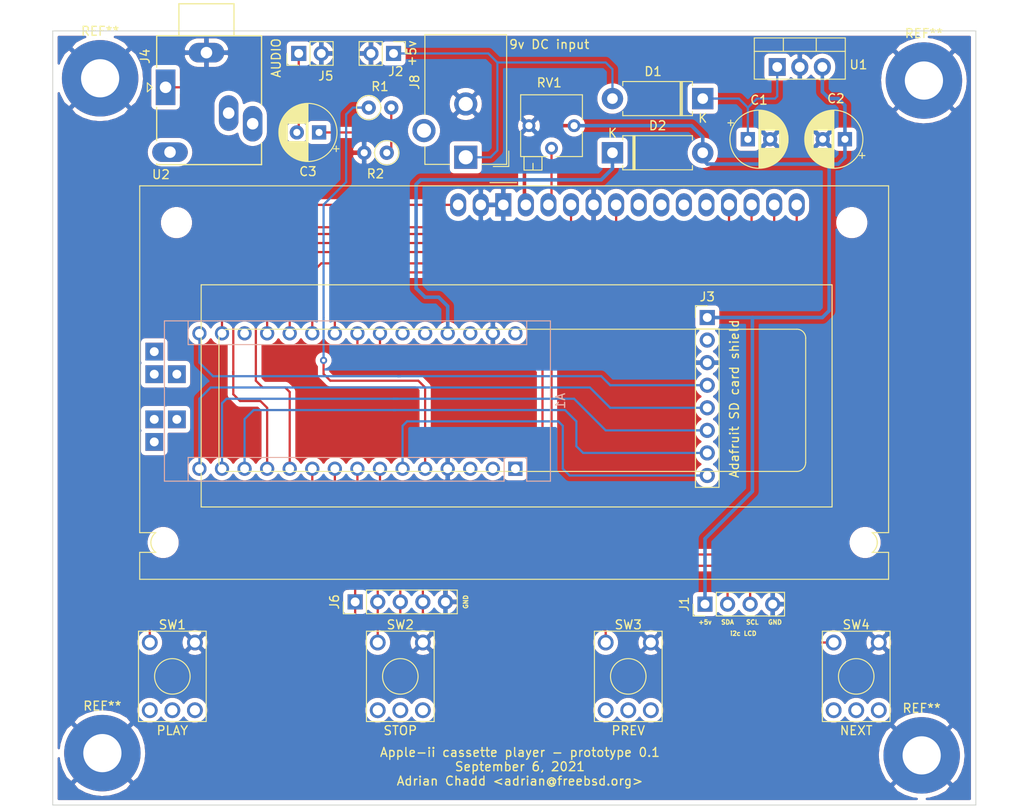
<source format=kicad_pcb>
(kicad_pcb (version 20171130) (host pcbnew 5.1.10)
  (layers (0 F.Cu signal) (31 B.Cu signal) (34 B.Paste user) (35 F.Paste user) (36 B.SilkS user) (37 F.SilkS user) (38 B.Mask user) (39 F.Mask user) (44 Edge.Cuts user))
  (net 0 "")
  (net 1 "Net-(A1-Pad1)")
  (net 2 "Net-(A1-Pad2)")
  (net 3 "Net-(A1-Pad3)")
  (net 4 LCD_A0)
  (net 5 GND)
  (net 6 LCD_A1)
  (net 7 NANO_AUDIO_OUTPUT)
  (net 8 LCD_A2)
  (net 9 SDCARD_CD)
  (net 10 LCD_A3)
  (net 11 BUTTON_PLAY)
  (net 12 LCD_I2C_SDA)
  (net 13 BUTTON_STOP)
  (net 14 LCD_I2C_SCL)
  (net 15 BUTTON_PREV)
  (net 16 BUTTON_NEXT)
  (net 17 LCD_D8)
  (net 18 "Net-(A1-Pad27)")
  (net 19 LCD_D9)
  (net 20 SDCARD_CS)
  (net 21 SDCARD_DI)
  (net 22 SDCARD_DO)
  (net 23 SDCARD_CLK)
  (net 24 "Net-(C1-Pad1)")
  (net 25 +5V)
  (net 26 "Net-(C3-Pad1)")
  (net 27 AUDIO_OUT)
  (net 28 "Net-(J3-Pad2)")
  (net 29 "Net-(J4-PadTN)")
  (net 30 "Net-(U2-Pad7)")
  (net 31 "Net-(U2-Pad8)")
  (net 32 "Net-(U2-Pad9)")
  (net 33 "Net-(U2-Pad10)")
  (net 34 "Net-(RV1-Pad2)")
  (net 35 +3V3)
  (net 36 "Net-(A1-Pad18)")
  (net 37 "Net-(A1-Pad25)")
  (net 38 "Net-(A1-Pad26)")
  (net 39 "Net-(A1-Pad28)")
  (net 40 "Net-(A1-Pad30)")
  (net 41 PWR_IN)
  (net 42 "Net-(J8-Pad3)")
  (net 43 "Net-(J4-PadRN)")
  (net 44 "Net-(J4-PadR)")
  (module MountingHole:MountingHole_4.3mm_M4_Pad (layer F.Cu) (at 110.49 106.934)
    (fp_text reference REF** (at 0 -5.3) (layer F.SilkS))
    (fp_text value MountingHole_4.3mm_M4_Pad)
    (pad 1 thru_hole circle (at 0 0) (size 8.6 8.6) (drill 4.3) (layers *.Cu *.Mask) (net 5 GND))
  )
  (module MountingHole:MountingHole_4.3mm_M4_Pad (layer F.Cu) (at 18.288 106.68)
    (fp_text reference REF** (at 0 -5.3) (layer F.SilkS))
    (fp_text value MountingHole_4.3mm_M4_Pad)
    (pad 1 thru_hole circle (at 0 0) (size 8.6 8.6) (drill 4.3) (layers *.Cu *.Mask) (net 5 GND))
  )
  (module MountingHole:MountingHole_4.3mm_M4_Pad (layer F.Cu) (at 18.034 30.734)
    (fp_text reference REF** (at 0 -5.3) (layer F.SilkS))
    (fp_text value MountingHole_4.3mm_M4_Pad)
    (pad 1 thru_hole circle (at 0 0) (size 8.6 8.6) (drill 4.3) (layers *.Cu *.Mask) (net 5 GND))
  )
  (module MountingHole:MountingHole_4.3mm_M4_Pad (layer F.Cu) (at 110.744 30.988)
    (fp_text reference REF** (at 0 -5.3) (layer F.SilkS))
    (fp_text value MountingHole_4.3mm_M4_Pad)
    (pad 1 thru_hole circle (at 0 0) (size 8.6 8.6) (drill 4.3) (layers *.Cu *.Mask) (net 5 GND))
  )
  (module Display:RC1602A (layer F.Cu) (at 63.407001 44.978001)
    (fp_text reference U2 (at -38.53 -3.41 180) (layer F.SilkS))
    (fp_text value RC1602A)
    (pad 1 thru_hole rect (at 0 0 180) (size 1.8 2.6) (drill 1.2) (layers *.Cu *.Mask) (net 5 GND))
    (pad 2 thru_hole oval (at 2.54 0 180) (size 1.8 2.6) (drill 1.2) (layers *.Cu *.Mask) (net 25 +5V))
    (pad 3 thru_hole oval (at 5.08 0 180) (size 1.8 2.6) (drill 1.2) (layers *.Cu *.Mask) (net 34 "Net-(RV1-Pad2)"))
    (pad 4 thru_hole oval (at 7.62 0 180) (size 1.8 2.6) (drill 1.2) (layers *.Cu *.Mask) (net 19 LCD_D9))
    (pad 5 thru_hole oval (at 10.16 0 180) (size 1.8 2.6) (drill 1.2) (layers *.Cu *.Mask) (net 5 GND))
    (pad 6 thru_hole oval (at 12.7 0 180) (size 1.8 2.6) (drill 1.2) (layers *.Cu *.Mask) (net 17 LCD_D8))
    (pad 7 thru_hole oval (at 15.24 0 180) (size 1.8 2.6) (drill 1.2) (layers *.Cu *.Mask) (net 30 "Net-(U2-Pad7)"))
    (pad 8 thru_hole oval (at 17.78 0 180) (size 1.8 2.6) (drill 1.2) (layers *.Cu *.Mask) (net 31 "Net-(U2-Pad8)"))
    (pad 9 thru_hole oval (at 20.32 0 180) (size 1.8 2.6) (drill 1.2) (layers *.Cu *.Mask) (net 32 "Net-(U2-Pad9)"))
    (pad 10 thru_hole oval (at 22.86 0 180) (size 1.8 2.6) (drill 1.2) (layers *.Cu *.Mask) (net 33 "Net-(U2-Pad10)"))
    (pad 11 thru_hole oval (at 25.4 0 180) (size 1.8 2.6) (drill 1.2) (layers *.Cu *.Mask) (net 4 LCD_A0))
    (pad 12 thru_hole oval (at 27.94 0 180) (size 1.8 2.6) (drill 1.2) (layers *.Cu *.Mask) (net 6 LCD_A1))
    (pad 13 thru_hole oval (at 30.48508 0.00254 180) (size 1.8 2.6) (drill 1.2) (layers *.Cu *.Mask) (net 8 LCD_A2))
    (pad 14 thru_hole oval (at 33.02 0 180) (size 1.8 2.6) (drill 1.2) (layers *.Cu *.Mask) (net 10 LCD_A3))
    (pad 15 thru_hole oval (at -5.08 0 180) (size 1.8 2.6) (drill 1.2) (layers *.Cu *.Mask) (net 35 +3V3))
    (pad 16 thru_hole oval (at -2.53492 0.00254 180) (size 1.8 2.6) (drill 1.2) (layers *.Cu *.Mask) (net 5 GND))
    (pad "" np_thru_hole circle (at 39.22 2 180) (size 2.5 2.5) (drill 2.5) (layers *.Cu *.Mask))
    (pad "" np_thru_hole circle (at 40.72 38 180) (size 2.5 2.5) (drill 2.5) (layers *.Cu *.Mask))
    (pad "" np_thru_hole circle (at -38.28 38 180) (size 2.5 2.5) (drill 2.5) (layers *.Cu *.Mask))
    (pad "" np_thru_hole circle (at -36.78 2 180) (size 2.5 2.5) (drill 2.5) (layers *.Cu *.Mask))
    (pad A1 thru_hole rect (at -39.28 26.68 180) (size 2 2) (drill 1) (layers *.Cu *.Mask))
    (pad A1 thru_hole rect (at -39.28 24.14 180) (size 2 2) (drill 1) (layers *.Cu *.Mask))
    (pad A1 thru_hole rect (at -36.74 24.14 180) (size 2 2) (drill 1) (layers *.Cu *.Mask))
    (pad K1 thru_hole rect (at -36.74 19.06 180) (size 2 2) (drill 1) (layers *.Cu *.Mask))
    (pad K1 thru_hole rect (at -39.28 19.06 180) (size 2 2) (drill 1) (layers *.Cu *.Mask))
    (pad K1 thru_hole rect (at -39.28 16.52 180) (size 2 2) (drill 1) (layers *.Cu *.Mask))
  )
  (module Connector_PinHeader_2.54mm:PinHeader_1x04_P2.54mm_Vertical (layer F.Cu) (at 86.106 89.916 90)
    (fp_text reference J1 (at 0 -2.33 90) (layer F.SilkS))
    (fp_text value LCD_I2C)
    (pad 1 thru_hole rect (at 0 0 90) (size 1.7 1.7) (drill 1) (layers *.Cu *.Mask) (net 25 +5V))
    (pad 2 thru_hole oval (at 0 2.54 90) (size 1.7 1.7) (drill 1) (layers *.Cu *.Mask) (net 12 LCD_I2C_SDA))
    (pad 3 thru_hole oval (at 0 5.08 90) (size 1.7 1.7) (drill 1) (layers *.Cu *.Mask) (net 14 LCD_I2C_SCL))
    (pad 4 thru_hole oval (at 0 7.62 90) (size 1.7 1.7) (drill 1) (layers *.Cu *.Mask) (net 5 GND))
  )
  (module Connector_PinHeader_2.54mm:PinHeader_1x02_P2.54mm_Vertical (layer F.Cu) (at 51.054 27.94 270)
    (fp_text reference J2 (at 2.032 -0.254 180) (layer F.SilkS))
    (fp_text value POWER)
    (pad 2 thru_hole oval (at 0 2.54 270) (size 1.7 1.7) (drill 1) (layers *.Cu *.Mask) (net 5 GND))
    (pad 1 thru_hole rect (at 0 0 270) (size 1.7 1.7) (drill 1) (layers *.Cu *.Mask) (net 41 PWR_IN))
  )
  (module Connector_PinHeader_2.54mm:PinHeader_1x08_P2.54mm_Vertical (layer F.Cu) (at 86.36 57.658)
    (fp_text reference J3 (at 0 -2.33) (layer F.SilkS))
    (fp_text value ADAFRUIT_SDCARD)
    (pad 1 thru_hole rect (at 0 0) (size 1.7 1.7) (drill 1) (layers *.Cu *.Mask) (net 25 +5V))
    (pad 2 thru_hole oval (at 0 2.54) (size 1.7 1.7) (drill 1) (layers *.Cu *.Mask) (net 28 "Net-(J3-Pad2)"))
    (pad 3 thru_hole oval (at 0 5.08) (size 1.7 1.7) (drill 1) (layers *.Cu *.Mask) (net 5 GND))
    (pad 4 thru_hole oval (at 0 7.62) (size 1.7 1.7) (drill 1) (layers *.Cu *.Mask) (net 23 SDCARD_CLK))
    (pad 5 thru_hole oval (at 0 10.16) (size 1.7 1.7) (drill 1) (layers *.Cu *.Mask) (net 22 SDCARD_DO))
    (pad 6 thru_hole oval (at 0 12.7) (size 1.7 1.7) (drill 1) (layers *.Cu *.Mask) (net 21 SDCARD_DI))
    (pad 7 thru_hole oval (at 0 15.24) (size 1.7 1.7) (drill 1) (layers *.Cu *.Mask) (net 20 SDCARD_CS))
    (pad 8 thru_hole oval (at 0 17.78) (size 1.7 1.7) (drill 1) (layers *.Cu *.Mask) (net 9 SDCARD_CD))
  )
  (module Connector_PinHeader_2.54mm:PinHeader_1x02_P2.54mm_Vertical (layer F.Cu) (at 40.386 27.94 90)
    (fp_text reference J5 (at -2.54 3.048 180) (layer F.SilkS))
    (fp_text value AUDIO)
    (pad 1 thru_hole rect (at 0 0 90) (size 1.7 1.7) (drill 1) (layers *.Cu *.Mask) (net 27 AUDIO_OUT))
    (pad 2 thru_hole oval (at 0 2.54 90) (size 1.7 1.7) (drill 1) (layers *.Cu *.Mask) (net 5 GND))
  )
  (module Connector_PinHeader_2.54mm:PinHeader_1x05_P2.54mm_Vertical (layer F.Cu) (at 46.736 89.662 90)
    (fp_text reference J6 (at 0 -2.33 90) (layer F.SilkS))
    (fp_text value BUTTONS)
    (pad 1 thru_hole rect (at 0 0 90) (size 1.7 1.7) (drill 1) (layers *.Cu *.Mask) (net 11 BUTTON_PLAY))
    (pad 2 thru_hole oval (at 0 2.54 90) (size 1.7 1.7) (drill 1) (layers *.Cu *.Mask) (net 13 BUTTON_STOP))
    (pad 3 thru_hole oval (at 0 5.08 90) (size 1.7 1.7) (drill 1) (layers *.Cu *.Mask) (net 15 BUTTON_PREV))
    (pad 4 thru_hole oval (at 0 7.62 90) (size 1.7 1.7) (drill 1) (layers *.Cu *.Mask) (net 16 BUTTON_NEXT))
    (pad 5 thru_hole oval (at 0 10.16 90) (size 1.7 1.7) (drill 1) (layers *.Cu *.Mask) (net 5 GND))
  )
  (module Resistor_THT:R_Axial_DIN0207_L6.3mm_D2.5mm_P2.54mm_Vertical (layer F.Cu) (at 48.26 34.036)
    (fp_text reference R1 (at 1.27 -2.37) (layer F.SilkS))
    (fp_text value 3.9K)
    (pad 1 thru_hole circle (at 0 0) (size 1.6 1.6) (drill 0.8) (layers *.Cu *.Mask) (net 7 NANO_AUDIO_OUTPUT))
    (pad 2 thru_hole oval (at 2.54 0) (size 1.6 1.6) (drill 0.8) (layers *.Cu *.Mask) (net 26 "Net-(C3-Pad1)"))
  )
  (module Resistor_THT:R_Axial_DIN0207_L6.3mm_D2.5mm_P2.54mm_Vertical (layer F.Cu) (at 50.292 39.116 180)
    (fp_text reference R2 (at 1.27 -2.37) (layer F.SilkS))
    (fp_text value 1K)
    (pad 2 thru_hole oval (at 2.54 0 180) (size 1.6 1.6) (drill 0.8) (layers *.Cu *.Mask) (net 5 GND))
    (pad 1 thru_hole circle (at 0 0 180) (size 1.6 1.6) (drill 0.8) (layers *.Cu *.Mask) (net 26 "Net-(C3-Pad1)"))
  )
  (module Button_Switch_THT:KSA_Tactile_SPST (layer F.Cu) (at 23.622 94.234)
    (fp_text reference SW1 (at 2.54 -2) (layer F.SilkS))
    (fp_text value PLAY)
    (pad 1 thru_hole circle (at 0 0) (size 1.778 1.778) (drill 1.143) (layers *.Cu *.Mask) (net 11 BUTTON_PLAY))
    (pad 2 thru_hole circle (at 5.08 0) (size 1.778 1.778) (drill 1.143) (layers *.Cu *.Mask) (net 5 GND))
    (pad 3 thru_hole circle (at 5.08 7.62) (size 1.778 1.778) (drill 1.143) (layers *.Cu *.Mask))
    (pad 4 thru_hole circle (at 2.54 7.62) (size 1.778 1.778) (drill 1.143) (layers *.Cu *.Mask))
    (pad 5 thru_hole circle (at 0 7.62) (size 1.778 1.778) (drill 1.143) (layers *.Cu *.Mask))
  )
  (module Button_Switch_THT:KSA_Tactile_SPST (layer F.Cu) (at 49.276 94.234)
    (fp_text reference SW2 (at 2.54 -2) (layer F.SilkS))
    (fp_text value STOP)
    (pad 5 thru_hole circle (at 0 7.62) (size 1.778 1.778) (drill 1.143) (layers *.Cu *.Mask))
    (pad 4 thru_hole circle (at 2.54 7.62) (size 1.778 1.778) (drill 1.143) (layers *.Cu *.Mask))
    (pad 3 thru_hole circle (at 5.08 7.62) (size 1.778 1.778) (drill 1.143) (layers *.Cu *.Mask))
    (pad 2 thru_hole circle (at 5.08 0) (size 1.778 1.778) (drill 1.143) (layers *.Cu *.Mask) (net 5 GND))
    (pad 1 thru_hole circle (at 0 0) (size 1.778 1.778) (drill 1.143) (layers *.Cu *.Mask) (net 13 BUTTON_STOP))
  )
  (module Button_Switch_THT:KSA_Tactile_SPST (layer F.Cu) (at 74.93 94.234)
    (fp_text reference SW3 (at 2.54 -2) (layer F.SilkS))
    (fp_text value PREV)
    (pad 1 thru_hole circle (at 0 0) (size 1.778 1.778) (drill 1.143) (layers *.Cu *.Mask) (net 15 BUTTON_PREV))
    (pad 2 thru_hole circle (at 5.08 0) (size 1.778 1.778) (drill 1.143) (layers *.Cu *.Mask) (net 5 GND))
    (pad 3 thru_hole circle (at 5.08 7.62) (size 1.778 1.778) (drill 1.143) (layers *.Cu *.Mask))
    (pad 4 thru_hole circle (at 2.54 7.62) (size 1.778 1.778) (drill 1.143) (layers *.Cu *.Mask))
    (pad 5 thru_hole circle (at 0 7.62) (size 1.778 1.778) (drill 1.143) (layers *.Cu *.Mask))
  )
  (module Button_Switch_THT:KSA_Tactile_SPST (layer F.Cu) (at 100.584 94.234)
    (fp_text reference SW4 (at 2.54 -2) (layer F.SilkS))
    (fp_text value NEXT)
    (pad 5 thru_hole circle (at 0 7.62) (size 1.778 1.778) (drill 1.143) (layers *.Cu *.Mask))
    (pad 4 thru_hole circle (at 2.54 7.62) (size 1.778 1.778) (drill 1.143) (layers *.Cu *.Mask))
    (pad 3 thru_hole circle (at 5.08 7.62) (size 1.778 1.778) (drill 1.143) (layers *.Cu *.Mask))
    (pad 2 thru_hole circle (at 5.08 0) (size 1.778 1.778) (drill 1.143) (layers *.Cu *.Mask) (net 5 GND))
    (pad 1 thru_hole circle (at 0 0) (size 1.778 1.778) (drill 1.143) (layers *.Cu *.Mask) (net 16 BUTTON_NEXT))
  )
  (module Package_TO_SOT_THT:TO-220-3_Vertical (layer F.Cu) (at 94.234 29.464)
    (fp_text reference U1 (at 9.144 -0.254) (layer F.SilkS))
    (fp_text value LM7805_TO220)
    (pad 1 thru_hole rect (at 0 0) (size 1.905 2) (drill 1.1) (layers *.Cu *.Mask) (net 24 "Net-(C1-Pad1)"))
    (pad 2 thru_hole oval (at 2.54 0) (size 1.905 2) (drill 1.1) (layers *.Cu *.Mask) (net 5 GND))
    (pad 3 thru_hole oval (at 5.08 0) (size 1.905 2) (drill 1.1) (layers *.Cu *.Mask) (net 25 +5V))
  )
  (module Potentiometer_THT:Potentiometer_Bourns_3266P_Horizontal (layer F.Cu) (at 66.294 36.068 90)
    (fp_text reference RV1 (at 4.826 2.286 180) (layer F.SilkS))
    (fp_text value 10k)
    (pad 1 thru_hole circle (at 0 0 90) (size 1.44 1.44) (drill 0.8) (layers *.Cu *.Mask) (net 5 GND))
    (pad 2 thru_hole circle (at -2.54 2.54 90) (size 1.44 1.44) (drill 0.8) (layers *.Cu *.Mask) (net 34 "Net-(RV1-Pad2)"))
    (pad 3 thru_hole circle (at 0 5.08 90) (size 1.44 1.44) (drill 0.8) (layers *.Cu *.Mask) (net 25 +5V))
  )
  (module Diode_THT:D_DO-15_P10.16mm_Horizontal (layer F.Cu) (at 85.852 33.02 180)
    (fp_text reference D1 (at 5.588 3.048) (layer F.SilkS))
    (fp_text value 1n4001)
    (fp_text user K (at 0 -2.2) (layer F.SilkS))
    (pad 2 thru_hole oval (at 10.16 0 180) (size 2.4 2.4) (drill 1.2) (layers *.Cu *.Mask) (net 41 PWR_IN))
    (pad 1 thru_hole rect (at 0 0 180) (size 2.4 2.4) (drill 1.2) (layers *.Cu *.Mask) (net 24 "Net-(C1-Pad1)"))
  )
  (module Diode_THT:D_DO-15_P10.16mm_Horizontal (layer F.Cu) (at 75.692 39.116)
    (fp_text reference D2 (at 5.08 -3.048) (layer F.SilkS))
    (fp_text value 1n4001)
    (fp_text user K (at 0 -2.2) (layer F.SilkS))
    (pad 1 thru_hole rect (at 0 0) (size 2.4 2.4) (drill 1.2) (layers *.Cu *.Mask) (net 18 "Net-(A1-Pad27)"))
    (pad 2 thru_hole oval (at 10.16 0) (size 2.4 2.4) (drill 1.2) (layers *.Cu *.Mask) (net 25 +5V))
  )
  (module Capacitor_THT:CP_Radial_D6.3mm_P2.50mm (layer F.Cu) (at 90.932 37.592)
    (fp_text reference C1 (at 1.25 -4.4) (layer F.SilkS))
    (fp_text value 10uF)
    (pad 2 thru_hole circle (at 2.5 0) (size 1.6 1.6) (drill 0.8) (layers *.Cu *.Mask) (net 5 GND))
    (pad 1 thru_hole rect (at 0 0) (size 1.6 1.6) (drill 0.8) (layers *.Cu *.Mask) (net 24 "Net-(C1-Pad1)"))
  )
  (module Capacitor_THT:CP_Radial_D6.3mm_P2.50mm (layer F.Cu) (at 101.854 37.592 180)
    (fp_text reference C2 (at 1.016 4.572) (layer F.SilkS))
    (fp_text value 10uF)
    (pad 1 thru_hole rect (at 0 0 180) (size 1.6 1.6) (drill 0.8) (layers *.Cu *.Mask) (net 25 +5V))
    (pad 2 thru_hole circle (at 2.5 0 180) (size 1.6 1.6) (drill 0.8) (layers *.Cu *.Mask) (net 5 GND))
  )
  (module Capacitor_THT:CP_Radial_D6.3mm_P2.50mm (layer F.Cu) (at 42.672 36.83 180)
    (fp_text reference C3 (at 1.25 -4.4) (layer F.SilkS))
    (fp_text value 1uF)
    (pad 1 thru_hole rect (at 0 0 180) (size 1.6 1.6) (drill 0.8) (layers *.Cu *.Mask) (net 26 "Net-(C3-Pad1)"))
    (pad 2 thru_hole circle (at 2.5 0 180) (size 1.6 1.6) (drill 0.8) (layers *.Cu *.Mask) (net 27 AUDIO_OUT))
  )
  (module Module:Arduino_Nano (layer B.Cu) (at 64.77 74.676 90)
    (fp_text reference A1 (at 7.62 5.08 270) (layer B.SilkS) (effects (justify mirror)))
    (fp_text value Arduino_Nano_v2.x)
    (pad 1 thru_hole rect (at 0 0 90) (size 1.6 1.6) (drill 1) (layers *.Cu *.Mask) (net 1 "Net-(A1-Pad1)"))
    (pad 17 thru_hole oval (at 15.24 -33.02 90) (size 1.6 1.6) (drill 1) (layers *.Cu *.Mask) (net 35 +3V3))
    (pad 2 thru_hole oval (at 0 -2.54 90) (size 1.6 1.6) (drill 1) (layers *.Cu *.Mask) (net 2 "Net-(A1-Pad2)"))
    (pad 18 thru_hole oval (at 15.24 -30.48 90) (size 1.6 1.6) (drill 1) (layers *.Cu *.Mask) (net 36 "Net-(A1-Pad18)"))
    (pad 3 thru_hole oval (at 0 -5.08 90) (size 1.6 1.6) (drill 1) (layers *.Cu *.Mask) (net 3 "Net-(A1-Pad3)"))
    (pad 19 thru_hole oval (at 15.24 -27.94 90) (size 1.6 1.6) (drill 1) (layers *.Cu *.Mask) (net 4 LCD_A0))
    (pad 4 thru_hole oval (at 0 -7.62 90) (size 1.6 1.6) (drill 1) (layers *.Cu *.Mask) (net 5 GND))
    (pad 20 thru_hole oval (at 15.24 -25.4 90) (size 1.6 1.6) (drill 1) (layers *.Cu *.Mask) (net 6 LCD_A1))
    (pad 5 thru_hole oval (at 0 -10.16 90) (size 1.6 1.6) (drill 1) (layers *.Cu *.Mask) (net 7 NANO_AUDIO_OUTPUT))
    (pad 21 thru_hole oval (at 15.24 -22.86 90) (size 1.6 1.6) (drill 1) (layers *.Cu *.Mask) (net 8 LCD_A2))
    (pad 6 thru_hole oval (at 0 -12.7 90) (size 1.6 1.6) (drill 1) (layers *.Cu *.Mask) (net 9 SDCARD_CD))
    (pad 22 thru_hole oval (at 15.24 -20.32 90) (size 1.6 1.6) (drill 1) (layers *.Cu *.Mask) (net 10 LCD_A3))
    (pad 7 thru_hole oval (at 0 -15.24 90) (size 1.6 1.6) (drill 1) (layers *.Cu *.Mask) (net 16 BUTTON_NEXT))
    (pad 23 thru_hole oval (at 15.24 -17.78 90) (size 1.6 1.6) (drill 1) (layers *.Cu *.Mask) (net 12 LCD_I2C_SDA))
    (pad 8 thru_hole oval (at 0 -17.78 90) (size 1.6 1.6) (drill 1) (layers *.Cu *.Mask) (net 15 BUTTON_PREV))
    (pad 24 thru_hole oval (at 15.24 -15.24 90) (size 1.6 1.6) (drill 1) (layers *.Cu *.Mask) (net 14 LCD_I2C_SCL))
    (pad 9 thru_hole oval (at 0 -20.32 90) (size 1.6 1.6) (drill 1) (layers *.Cu *.Mask) (net 13 BUTTON_STOP))
    (pad 25 thru_hole oval (at 15.24 -12.7 90) (size 1.6 1.6) (drill 1) (layers *.Cu *.Mask) (net 37 "Net-(A1-Pad25)"))
    (pad 10 thru_hole oval (at 0 -22.86 90) (size 1.6 1.6) (drill 1) (layers *.Cu *.Mask) (net 11 BUTTON_PLAY))
    (pad 26 thru_hole oval (at 15.24 -10.16 90) (size 1.6 1.6) (drill 1) (layers *.Cu *.Mask) (net 38 "Net-(A1-Pad26)"))
    (pad 11 thru_hole oval (at 0 -25.4 90) (size 1.6 1.6) (drill 1) (layers *.Cu *.Mask) (net 17 LCD_D8))
    (pad 27 thru_hole oval (at 15.24 -7.62 90) (size 1.6 1.6) (drill 1) (layers *.Cu *.Mask) (net 18 "Net-(A1-Pad27)"))
    (pad 12 thru_hole oval (at 0 -27.94 90) (size 1.6 1.6) (drill 1) (layers *.Cu *.Mask) (net 19 LCD_D9))
    (pad 28 thru_hole oval (at 15.24 -5.08 90) (size 1.6 1.6) (drill 1) (layers *.Cu *.Mask) (net 39 "Net-(A1-Pad28)"))
    (pad 13 thru_hole oval (at 0 -30.48 90) (size 1.6 1.6) (drill 1) (layers *.Cu *.Mask) (net 20 SDCARD_CS))
    (pad 29 thru_hole oval (at 15.24 -2.54 90) (size 1.6 1.6) (drill 1) (layers *.Cu *.Mask) (net 5 GND))
    (pad 14 thru_hole oval (at 0 -33.02 90) (size 1.6 1.6) (drill 1) (layers *.Cu *.Mask) (net 21 SDCARD_DI))
    (pad 30 thru_hole oval (at 15.24 0 90) (size 1.6 1.6) (drill 1) (layers *.Cu *.Mask) (net 40 "Net-(A1-Pad30)"))
    (pad 15 thru_hole oval (at 0 -35.56 90) (size 1.6 1.6) (drill 1) (layers *.Cu *.Mask) (net 22 SDCARD_DO))
    (pad 16 thru_hole oval (at 15.24 -35.56 90) (size 1.6 1.6) (drill 1) (layers *.Cu *.Mask) (net 23 SDCARD_CLK))
  )
  (module Connector_BarrelJack:BarrelJack_CUI_PJ-102AH_Horizontal (layer F.Cu) (at 59.182 39.624 180)
    (fp_text reference J8 (at 5.75 8.45 90) (layer F.SilkS))
    (fp_text value "DC Input")
    (pad 1 thru_hole rect (at 0 0 180) (size 2.6 2.6) (drill 1.6) (layers *.Cu *.Mask) (net 41 PWR_IN))
    (pad 2 thru_hole circle (at 0 6 180) (size 2.6 2.6) (drill 1.6) (layers *.Cu *.Mask) (net 5 GND))
    (pad 3 thru_hole circle (at 4.7 3 180) (size 2.6 2.6) (drill 1.6) (layers *.Cu *.Mask) (net 42 "Net-(J8-Pad3)"))
  )
  (module Connector_Audio:Jack_3.5mm_Ledino_KB3SPRS_Horizontal (layer F.Cu) (at 25.4 31.75 270)
    (fp_text reference J4 (at -3.5 2.3 90) (layer F.SilkS))
    (fp_text value AUDIO)
    (pad T thru_hole rect (at 0 0 270) (size 4 2.2) (drill 1.3) (layers *.Cu *.Mask) (net 27 AUDIO_OUT))
    (pad TN thru_hole oval (at 7.3 -0.5) (size 4 2.2) (drill 1.3) (layers *.Cu *.Mask) (net 29 "Net-(J4-PadTN)"))
    (pad RN thru_hole oval (at 2.9 -7.1 270) (size 4 2.2) (drill 1.3) (layers *.Cu *.Mask) (net 43 "Net-(J4-PadRN)"))
    (pad R thru_hole oval (at 4.1 -9.8 270) (size 4 2.2) (drill 1.3) (layers *.Cu *.Mask) (net 44 "Net-(J4-PadR)"))
    (pad S thru_hole oval (at -3.9 -4.6 270) (size 2.2 4) (drill 1.3) (layers *.Cu *.Mask) (net 5 GND))
  )
  (gr_text "9v DC input" (at 68.58 26.924) (layer F.SilkS) (effects (font (size 1 1))))
  (gr_text "i2c LCD" (at 90.424 93.218) (layer F.SilkS) (effects (font (size 0.5 0.5) (thickness 0.125))))
  (gr_text GND (at 59.182 89.662 90) (layer F.SilkS) (effects (font (size 0.5 0.5) (thickness 0.125))))
  (gr_text +5v (at 86.106 91.948) (layer F.SilkS) (effects (font (size 0.5 0.5) (thickness 0.125))))
  (gr_text GND (at 93.98 91.948) (layer F.SilkS) (effects (font (size 0.5 0.5) (thickness 0.125))))
  (gr_text SCL (at 91.44 91.948) (layer F.SilkS) (effects (font (size 0.5 0.5) (thickness 0.125))))
  (gr_text "SDA\n" (at 88.646 91.948) (layer F.SilkS) (effects (font (size 0.5 0.5) (thickness 0.125))))
  (gr_text AUDIO (at 37.846 28.448 90) (layer F.SilkS) (effects (font (size 1 1))))
  (gr_text +5v (at 53.086 27.94 90) (layer F.SilkS) (effects (font (size 1 1))))
  (gr_text "Adafruit SD card shield\n" (at 89.408 66.802 90) (layer F.SilkS) (effects (font (size 1 1))))
  (gr_text "Apple-ii cassette player - prototype 0.1\nSeptember 6, 2021\nAdrian Chadd <adrian@freebsd.org>" (at 65.278 108.204) (layer F.SilkS) (effects (font (size 1 1))))
  (gr_text NEXT (at 103.124 104.14) (layer F.SilkS) (effects (font (size 1 1))))
  (gr_text PREV (at 77.47 104.14) (layer F.SilkS) (effects (font (size 1 1))))
  (gr_text STOP (at 51.816 104.14) (layer F.SilkS) (effects (font (size 1 1))))
  (gr_text PLAY (at 26.162 104.14) (layer F.SilkS) (effects (font (size 1 1))))
  (gr_line (start 116.586 25.4) (end 116.586 112.522) (layer Edge.Cuts) (width 0.1))
  (gr_line (start 12.7 25.4) (end 116.586 25.4) (layer Edge.Cuts) (width 0.1))
  (gr_line (start 12.7 112.522) (end 12.7 25.4) (layer Edge.Cuts) (width 0.1))
  (gr_line (start 116.586 112.522) (end 12.7 112.522) (layer Edge.Cuts) (width 0.1))
  (segment (start 37.846 49.276) (end 36.83 50.292) (width 0.25) (layer F.Cu) (net 4))
  (segment (start 36.83 50.292) (end 36.83 59.69) (width 0.25) (layer F.Cu) (net 4))
  (segment (start 88.807001 47.336999) (end 86.868 49.276) (width 0.25) (layer F.Cu) (net 4))
  (segment (start 86.868 49.276) (end 37.846 49.276) (width 0.25) (layer F.Cu) (net 4))
  (segment (start 88.807001 44.978001) (end 88.807001 47.336999) (width 0.25) (layer F.Cu) (net 4))
  (segment (start 40.386 50.292) (end 39.37 51.308) (width 0.25) (layer F.Cu) (net 6))
  (segment (start 91.347001 47.590999) (end 88.646 50.292) (width 0.25) (layer F.Cu) (net 6))
  (segment (start 39.37 51.308) (end 39.37 59.436) (width 0.25) (layer F.Cu) (net 6))
  (segment (start 88.646 50.292) (end 40.386 50.292) (width 0.25) (layer F.Cu) (net 6))
  (segment (start 91.347001 44.978001) (end 91.347001 47.590999) (width 0.25) (layer F.Cu) (net 6))
  (segment (start 48.26 34.036) (end 46.482 34.036) (width 0.25) (layer B.Cu) (net 7))
  (segment (start 46.482 34.036) (end 45.72 34.798) (width 0.25) (layer B.Cu) (net 7))
  (segment (start 45.72 34.798) (end 45.72 42.418) (width 0.25) (layer B.Cu) (net 7))
  (segment (start 45.72 42.418) (end 43.18 44.958) (width 0.25) (layer B.Cu) (net 7))
  (segment (start 43.18 44.958) (end 43.18 57.658) (width 0.25) (layer B.Cu) (net 7))
  (segment (start 43.18 57.658) (end 43.18 62.484) (width 0.25) (layer B.Cu) (net 7))
  (segment (start 43.18 62.484) (end 43.18 62.484) (width 0.25) (layer B.Cu) (net 7))
  (via (at 43.18 62.484) (size 0.8) (drill 0.4) (layers F.Cu B.Cu) (net 7))
  (segment (start 54.61 74.676) (end 54.61 65.532) (width 0.25) (layer F.Cu) (net 7))
  (segment (start 54.61 65.532) (end 53.848 64.77) (width 0.25) (layer F.Cu) (net 7))
  (segment (start 53.848 64.77) (end 43.942 64.77) (width 0.25) (layer F.Cu) (net 7))
  (segment (start 43.18 64.008) (end 43.18 62.484) (width 0.25) (layer F.Cu) (net 7))
  (segment (start 43.942 64.77) (end 43.18 64.008) (width 0.25) (layer F.Cu) (net 7))
  (segment (start 41.91 52.578) (end 41.91 59.436) (width 0.25) (layer F.Cu) (net 8))
  (segment (start 42.926 51.562) (end 41.91 52.578) (width 0.25) (layer F.Cu) (net 8))
  (segment (start 90.17 51.562) (end 42.926 51.562) (width 0.25) (layer F.Cu) (net 8))
  (segment (start 93.892081 47.839919) (end 90.17 51.562) (width 0.25) (layer F.Cu) (net 8))
  (segment (start 93.892081 44.980541) (end 93.892081 47.839919) (width 0.25) (layer F.Cu) (net 8))
  (segment (start 52.07 74.676) (end 52.07 69.85) (width 0.25) (layer B.Cu) (net 9))
  (segment (start 52.07 69.85) (end 52.578 69.342) (width 0.25) (layer B.Cu) (net 9))
  (segment (start 52.578 69.342) (end 69.596 69.342) (width 0.25) (layer B.Cu) (net 9))
  (segment (start 69.596 69.342) (end 70.104 69.85) (width 0.25) (layer B.Cu) (net 9))
  (segment (start 70.104 69.85) (end 70.104 74.676) (width 0.25) (layer B.Cu) (net 9))
  (segment (start 70.866 75.438) (end 86.36 75.438) (width 0.25) (layer B.Cu) (net 9))
  (segment (start 70.104 74.676) (end 70.866 75.438) (width 0.25) (layer B.Cu) (net 9))
  (segment (start 96.427001 44.978001) (end 96.427001 47.844999) (width 0.25) (layer F.Cu) (net 10))
  (segment (start 96.427001 47.844999) (end 91.694 52.578) (width 0.25) (layer F.Cu) (net 10))
  (segment (start 91.694 52.578) (end 45.212 52.578) (width 0.25) (layer F.Cu) (net 10))
  (segment (start 45.212 52.578) (end 44.45 53.34) (width 0.25) (layer F.Cu) (net 10))
  (segment (start 44.45 53.34) (end 44.45 59.436) (width 0.25) (layer F.Cu) (net 10))
  (segment (start 41.91 74.676) (end 41.91 85.09) (width 0.25) (layer F.Cu) (net 11))
  (segment (start 41.91 85.09) (end 42.926 86.106) (width 0.25) (layer F.Cu) (net 11))
  (segment (start 42.926 86.106) (end 46.228 86.106) (width 0.25) (layer F.Cu) (net 11))
  (segment (start 46.736 86.614) (end 46.736 89.662) (width 0.25) (layer F.Cu) (net 11))
  (segment (start 46.228 86.106) (end 46.736 86.614) (width 0.25) (layer F.Cu) (net 11))
  (segment (start 46.736 89.662) (end 46.736 91.186) (width 0.25) (layer F.Cu) (net 11))
  (segment (start 46.736 91.186) (end 46.228 91.694) (width 0.25) (layer F.Cu) (net 11))
  (segment (start 46.228 91.694) (end 24.13 91.694) (width 0.25) (layer F.Cu) (net 11))
  (segment (start 23.622 92.202) (end 23.622 94.234) (width 0.25) (layer F.Cu) (net 11))
  (segment (start 24.13 91.694) (end 23.622 92.202) (width 0.25) (layer F.Cu) (net 11))
  (segment (start 46.99 59.436) (end 46.99 61.976) (width 0.25) (layer F.Cu) (net 12))
  (segment (start 46.99 61.976) (end 47.752 62.738) (width 0.25) (layer F.Cu) (net 12))
  (segment (start 47.752 62.738) (end 67.056 62.738) (width 0.25) (layer F.Cu) (net 12))
  (segment (start 67.056 62.738) (end 67.818 63.5) (width 0.25) (layer F.Cu) (net 12))
  (segment (start 67.818 63.5) (end 67.818 83.566) (width 0.25) (layer F.Cu) (net 12))
  (segment (start 67.818 83.566) (end 69.85 85.598) (width 0.25) (layer F.Cu) (net 12))
  (segment (start 69.85 85.598) (end 87.884 85.598) (width 0.25) (layer F.Cu) (net 12))
  (segment (start 88.646 86.36) (end 88.646 89.916) (width 0.25) (layer F.Cu) (net 12))
  (segment (start 87.884 85.598) (end 88.646 86.36) (width 0.25) (layer F.Cu) (net 12))
  (segment (start 44.45 74.676) (end 44.45 83.82) (width 0.25) (layer F.Cu) (net 13))
  (segment (start 44.45 83.82) (end 45.212 84.582) (width 0.25) (layer F.Cu) (net 13))
  (segment (start 45.212 84.582) (end 48.768 84.582) (width 0.25) (layer F.Cu) (net 13))
  (segment (start 49.276 85.09) (end 49.276 89.662) (width 0.25) (layer F.Cu) (net 13))
  (segment (start 48.768 84.582) (end 49.276 85.09) (width 0.25) (layer F.Cu) (net 13))
  (segment (start 49.276 89.662) (end 49.276 94.234) (width 0.25) (layer F.Cu) (net 13))
  (segment (start 91.186 85.344) (end 91.186 89.916) (width 0.25) (layer F.Cu) (net 14))
  (segment (start 90.17 84.328) (end 91.186 85.344) (width 0.25) (layer F.Cu) (net 14))
  (segment (start 68.834 83.058) (end 70.104 84.328) (width 0.25) (layer F.Cu) (net 14))
  (segment (start 70.104 84.328) (end 90.17 84.328) (width 0.25) (layer F.Cu) (net 14))
  (segment (start 49.53 59.436) (end 49.53 61.468) (width 0.25) (layer F.Cu) (net 14))
  (segment (start 68.834 63.246) (end 68.834 83.058) (width 0.25) (layer F.Cu) (net 14))
  (segment (start 50.038 61.976) (end 67.564 61.976) (width 0.25) (layer F.Cu) (net 14))
  (segment (start 67.564 61.976) (end 68.834 63.246) (width 0.25) (layer F.Cu) (net 14))
  (segment (start 49.53 61.468) (end 50.038 61.976) (width 0.25) (layer F.Cu) (net 14))
  (segment (start 46.99 74.676) (end 46.99 82.55) (width 0.25) (layer F.Cu) (net 15))
  (segment (start 46.99 82.55) (end 47.498 83.058) (width 0.25) (layer F.Cu) (net 15))
  (segment (start 47.498 83.058) (end 51.054 83.058) (width 0.25) (layer F.Cu) (net 15))
  (segment (start 51.816 83.82) (end 51.816 89.662) (width 0.25) (layer F.Cu) (net 15))
  (segment (start 51.054 83.058) (end 51.816 83.82) (width 0.25) (layer F.Cu) (net 15))
  (segment (start 51.816 89.662) (end 51.816 91.186) (width 0.25) (layer F.Cu) (net 15))
  (segment (start 51.816 91.186) (end 52.832 92.202) (width 0.25) (layer F.Cu) (net 15))
  (segment (start 52.832 92.202) (end 74.168 92.202) (width 0.25) (layer F.Cu) (net 15))
  (segment (start 74.93 92.964) (end 74.93 94.234) (width 0.25) (layer F.Cu) (net 15))
  (segment (start 74.168 92.202) (end 74.93 92.964) (width 0.25) (layer F.Cu) (net 15))
  (segment (start 49.53 74.676) (end 49.53 81.28) (width 0.25) (layer F.Cu) (net 16))
  (segment (start 49.53 81.28) (end 49.784 81.534) (width 0.25) (layer F.Cu) (net 16))
  (segment (start 49.784 81.534) (end 53.594 81.534) (width 0.25) (layer F.Cu) (net 16))
  (segment (start 54.356 82.296) (end 54.356 89.662) (width 0.25) (layer F.Cu) (net 16))
  (segment (start 53.594 81.534) (end 54.356 82.296) (width 0.25) (layer F.Cu) (net 16))
  (segment (start 54.356 89.662) (end 54.356 90.932) (width 0.25) (layer F.Cu) (net 16))
  (segment (start 54.356 90.932) (end 54.864 91.44) (width 0.25) (layer F.Cu) (net 16))
  (segment (start 54.864 91.44) (end 82.042 91.44) (width 0.25) (layer F.Cu) (net 16))
  (segment (start 82.042 91.44) (end 84.836 94.234) (width 0.25) (layer F.Cu) (net 16))
  (segment (start 84.836 94.234) (end 100.584 94.234) (width 0.25) (layer F.Cu) (net 16))
  (segment (start 71.027001 44.978001) (end 71.027001 47.082999) (width 0.25) (layer F.Cu) (net 19))
  (segment (start 71.027001 47.082999) (end 70.612 47.498) (width 0.25) (layer F.Cu) (net 19))
  (segment (start 33.02 56.642) (end 33.02 48.514) (width 0.25) (layer F.Cu) (net 19))
  (segment (start 33.02 56.642) (end 33.02 56.388) (width 0.25) (layer F.Cu) (net 19))
  (segment (start 34.036 47.498) (end 36.576 47.498) (width 0.25) (layer F.Cu) (net 19))
  (segment (start 33.02 48.514) (end 34.036 47.498) (width 0.25) (layer F.Cu) (net 19))
  (segment (start 36.576 47.498) (end 36.322 47.498) (width 0.25) (layer F.Cu) (net 19))
  (segment (start 70.612 47.498) (end 36.576 47.498) (width 0.25) (layer F.Cu) (net 19))
  (segment (start 76.107001 47.336999) (end 76.107001 44.978001) (width 0.25) (layer F.Cu) (net 17))
  (segment (start 75.184 48.26) (end 76.107001 47.336999) (width 0.25) (layer F.Cu) (net 17))
  (segment (start 35.56 56.642) (end 35.56 56.388) (width 0.25) (layer F.Cu) (net 17))
  (segment (start 35.56 64.008) (end 35.56 56.642) (width 0.25) (layer F.Cu) (net 17))
  (segment (start 35.56 49.022) (end 36.322 48.26) (width 0.25) (layer F.Cu) (net 17))
  (segment (start 36.322 48.26) (end 75.184 48.26) (width 0.25) (layer F.Cu) (net 17))
  (segment (start 35.56 56.642) (end 35.56 49.022) (width 0.25) (layer F.Cu) (net 17))
  (segment (start 39.37 74.676) (end 39.37 66.04) (width 0.25) (layer F.Cu) (net 17))
  (segment (start 39.37 66.04) (end 38.862 65.532) (width 0.25) (layer F.Cu) (net 17))
  (segment (start 38.862 65.532) (end 36.322 65.532) (width 0.25) (layer F.Cu) (net 17))
  (segment (start 36.322 65.532) (end 35.56 64.77) (width 0.25) (layer F.Cu) (net 17))
  (segment (start 35.56 64.77) (end 35.56 64.008) (width 0.25) (layer F.Cu) (net 17))
  (segment (start 75.692 39.116) (end 75.692 40.894) (width 0.4) (layer B.Cu) (net 18))
  (segment (start 75.692 40.894) (end 74.422 42.164) (width 0.4) (layer B.Cu) (net 18))
  (segment (start 74.422 42.164) (end 54.102 42.164) (width 0.4) (layer B.Cu) (net 18))
  (segment (start 54.102 42.164) (end 53.594 42.672) (width 0.4) (layer B.Cu) (net 18))
  (segment (start 53.594 42.672) (end 53.594 54.356) (width 0.4) (layer B.Cu) (net 18))
  (segment (start 53.594 54.356) (end 54.61 55.372) (width 0.4) (layer B.Cu) (net 18))
  (segment (start 54.61 55.372) (end 56.134 55.372) (width 0.4) (layer B.Cu) (net 18))
  (segment (start 57.15 56.388) (end 57.15 59.436) (width 0.4) (layer B.Cu) (net 18))
  (segment (start 56.134 55.372) (end 57.15 56.388) (width 0.4) (layer B.Cu) (net 18))
  (segment (start 33.02 63.754) (end 33.02 66.294) (width 0.25) (layer F.Cu) (net 19))
  (segment (start 33.02 64.008) (end 33.02 63.754) (width 0.25) (layer F.Cu) (net 19))
  (segment (start 33.02 63.754) (end 33.02 56.642) (width 0.25) (layer F.Cu) (net 19))
  (segment (start 33.02 66.294) (end 33.782 67.056) (width 0.25) (layer F.Cu) (net 19))
  (segment (start 33.782 67.056) (end 36.068 67.056) (width 0.25) (layer F.Cu) (net 19))
  (segment (start 36.83 67.818) (end 36.83 74.676) (width 0.25) (layer F.Cu) (net 19))
  (segment (start 36.068 67.056) (end 36.83 67.818) (width 0.25) (layer F.Cu) (net 19))
  (segment (start 34.29 74.676) (end 34.29 69.088) (width 0.25) (layer B.Cu) (net 20))
  (segment (start 34.29 69.088) (end 35.306 68.072) (width 0.25) (layer B.Cu) (net 20))
  (segment (start 35.306 68.072) (end 51.054 68.072) (width 0.25) (layer B.Cu) (net 20))
  (segment (start 51.054 68.072) (end 51.308 68.072) (width 0.25) (layer B.Cu) (net 20))
  (segment (start 70.358 68.072) (end 71.628 69.342) (width 0.25) (layer B.Cu) (net 20))
  (segment (start 51.054 68.072) (end 70.358 68.072) (width 0.25) (layer B.Cu) (net 20))
  (segment (start 71.628 69.342) (end 71.628 72.136) (width 0.25) (layer B.Cu) (net 20))
  (segment (start 72.39 72.898) (end 86.36 72.898) (width 0.25) (layer B.Cu) (net 20))
  (segment (start 71.628 72.136) (end 72.39 72.898) (width 0.25) (layer B.Cu) (net 20))
  (segment (start 31.75 74.676) (end 31.75 67.31) (width 0.25) (layer B.Cu) (net 21))
  (segment (start 31.75 67.31) (end 32.258 66.802) (width 0.25) (layer B.Cu) (net 21))
  (segment (start 32.258 66.802) (end 51.054 66.802) (width 0.25) (layer B.Cu) (net 21))
  (segment (start 51.054 66.802) (end 51.562 66.802) (width 0.25) (layer B.Cu) (net 21))
  (segment (start 74.93 70.358) (end 86.36 70.358) (width 0.25) (layer B.Cu) (net 21))
  (segment (start 71.374 66.802) (end 74.93 70.358) (width 0.25) (layer B.Cu) (net 21))
  (segment (start 51.054 66.802) (end 71.374 66.802) (width 0.25) (layer B.Cu) (net 21))
  (segment (start 75.438 67.818) (end 86.36 67.818) (width 0.25) (layer B.Cu) (net 22))
  (segment (start 73.152 65.532) (end 75.438 67.818) (width 0.25) (layer B.Cu) (net 22))
  (segment (start 30.48 65.532) (end 73.152 65.532) (width 0.25) (layer B.Cu) (net 22))
  (segment (start 29.21 66.802) (end 30.48 65.532) (width 0.25) (layer B.Cu) (net 22))
  (segment (start 29.21 74.676) (end 29.21 66.802) (width 0.25) (layer B.Cu) (net 22))
  (segment (start 29.21 59.436) (end 29.21 62.738) (width 0.25) (layer B.Cu) (net 23))
  (segment (start 29.21 62.738) (end 30.734 64.262) (width 0.25) (layer B.Cu) (net 23))
  (segment (start 51.562 64.262) (end 74.422 64.262) (width 0.25) (layer B.Cu) (net 23))
  (segment (start 30.734 64.262) (end 51.562 64.262) (width 0.25) (layer B.Cu) (net 23))
  (segment (start 51.562 64.262) (end 51.816 64.262) (width 0.25) (layer B.Cu) (net 23))
  (segment (start 75.438 65.278) (end 86.36 65.278) (width 0.25) (layer B.Cu) (net 23))
  (segment (start 74.422 64.262) (end 75.438 65.278) (width 0.25) (layer B.Cu) (net 23))
  (segment (start 85.852 33.02) (end 89.916 33.02) (width 0.25) (layer B.Cu) (net 24))
  (segment (start 90.932 34.036) (end 90.932 37.592) (width 0.25) (layer B.Cu) (net 24))
  (segment (start 89.916 33.02) (end 90.932 34.036) (width 0.25) (layer B.Cu) (net 24))
  (segment (start 94.234 32.766) (end 94.234 29.464) (width 0.25) (layer B.Cu) (net 24))
  (segment (start 93.98 33.02) (end 94.234 32.766) (width 0.25) (layer B.Cu) (net 24))
  (segment (start 91.948 33.02) (end 93.98 33.02) (width 0.25) (layer B.Cu) (net 24))
  (segment (start 90.932 34.036) (end 91.948 33.02) (width 0.25) (layer B.Cu) (net 24))
  (segment (start 71.374 36.068) (end 84.582 36.068) (width 0.4) (layer B.Cu) (net 25))
  (segment (start 85.852 37.338) (end 85.852 39.116) (width 0.4) (layer B.Cu) (net 25))
  (segment (start 84.582 36.068) (end 85.852 37.338) (width 0.4) (layer B.Cu) (net 25))
  (segment (start 85.852 39.116) (end 85.852 39.878) (width 0.4) (layer B.Cu) (net 25))
  (segment (start 85.852 39.878) (end 86.36 40.386) (width 0.4) (layer B.Cu) (net 25))
  (segment (start 101.854 39.624) (end 101.854 37.592) (width 0.4) (layer B.Cu) (net 25))
  (segment (start 101.092 40.386) (end 101.854 39.624) (width 0.4) (layer B.Cu) (net 25))
  (segment (start 99.314 29.464) (end 99.314 32.258) (width 0.4) (layer B.Cu) (net 25))
  (segment (start 99.314 32.258) (end 100.076 33.02) (width 0.4) (layer B.Cu) (net 25))
  (segment (start 100.076 33.02) (end 101.092 33.02) (width 0.4) (layer B.Cu) (net 25))
  (segment (start 101.854 33.782) (end 101.854 37.592) (width 0.4) (layer B.Cu) (net 25))
  (segment (start 101.092 33.02) (end 101.854 33.782) (width 0.4) (layer B.Cu) (net 25))
  (segment (start 71.374 36.068) (end 68.834 36.068) (width 0.4) (layer F.Cu) (net 25))
  (segment (start 68.834 36.068) (end 65.786 39.116) (width 0.4) (layer F.Cu) (net 25))
  (segment (start 65.786 44.817) (end 65.947001 44.978001) (width 0.4) (layer F.Cu) (net 25))
  (segment (start 65.786 39.116) (end 65.786 44.817) (width 0.4) (layer F.Cu) (net 25))
  (segment (start 100.076 56.896) (end 100.076 40.386) (width 0.4) (layer B.Cu) (net 25))
  (segment (start 99.314 57.658) (end 100.076 56.896) (width 0.4) (layer B.Cu) (net 25))
  (segment (start 100.076 40.386) (end 101.092 40.386) (width 0.4) (layer B.Cu) (net 25))
  (segment (start 86.36 40.386) (end 100.076 40.386) (width 0.4) (layer B.Cu) (net 25))
  (segment (start 86.36 57.658) (end 91.44 57.658) (width 0.4) (layer B.Cu) (net 25))
  (segment (start 91.44 57.658) (end 99.314 57.658) (width 0.4) (layer B.Cu) (net 25))
  (segment (start 91.44 77.216) (end 91.44 57.658) (width 0.4) (layer B.Cu) (net 25))
  (segment (start 86.106 82.55) (end 91.44 77.216) (width 0.4) (layer B.Cu) (net 25))
  (segment (start 86.106 89.916) (end 86.106 82.55) (width 0.4) (layer B.Cu) (net 25))
  (segment (start 50.8 38.608) (end 50.292 39.116) (width 0.25) (layer F.Cu) (net 26))
  (segment (start 42.672 36.83) (end 50.8 36.83) (width 0.25) (layer F.Cu) (net 26))
  (segment (start 50.8 36.83) (end 50.8 38.608) (width 0.25) (layer F.Cu) (net 26))
  (segment (start 50.8 34.036) (end 50.8 36.83) (width 0.25) (layer F.Cu) (net 26))
  (segment (start 40.386 36.616) (end 40.172 36.83) (width 0.25) (layer F.Cu) (net 27))
  (segment (start 40.386 27.94) (end 40.386 31.242) (width 0.25) (layer F.Cu) (net 27))
  (segment (start 40.132 31.75) (end 40.386 32.004) (width 0.25) (layer F.Cu) (net 27))
  (segment (start 24.638 31.75) (end 40.132 31.75) (width 0.25) (layer F.Cu) (net 27))
  (segment (start 40.386 32.004) (end 40.386 36.616) (width 0.25) (layer F.Cu) (net 27))
  (segment (start 40.386 31.242) (end 40.386 32.004) (width 0.25) (layer F.Cu) (net 27))
  (segment (start 68.834 44.631002) (end 68.487001 44.978001) (width 0.25) (layer F.Cu) (net 34))
  (segment (start 68.834 38.608) (end 68.834 44.631002) (width 0.25) (layer F.Cu) (net 34))
  (segment (start 58.327001 44.978001) (end 34.015999 44.978001) (width 0.25) (layer F.Cu) (net 35))
  (segment (start 31.75 47.244) (end 31.75 59.436) (width 0.25) (layer F.Cu) (net 35))
  (segment (start 34.015999 44.978001) (end 31.75 47.244) (width 0.25) (layer F.Cu) (net 35))
  (segment (start 51.054 27.94) (end 61.722 27.94) (width 0.25) (layer B.Cu) (net 41))
  (segment (start 61.722 27.94) (end 62.738 28.956) (width 0.25) (layer B.Cu) (net 41))
  (segment (start 62.738 28.956) (end 62.738 38.862) (width 0.25) (layer B.Cu) (net 41))
  (segment (start 61.976 39.624) (end 59.182 39.624) (width 0.25) (layer B.Cu) (net 41))
  (segment (start 62.738 38.862) (end 61.976 39.624) (width 0.25) (layer B.Cu) (net 41))
  (segment (start 62.738 28.956) (end 74.93 28.956) (width 0.25) (layer B.Cu) (net 41))
  (segment (start 75.692 29.718) (end 75.692 33.02) (width 0.25) (layer B.Cu) (net 41))
  (segment (start 74.93 28.956) (end 75.692 29.718) (width 0.25) (layer B.Cu) (net 41))
  (zone (net 5) (net_name GND) (layer F.Cu) (connect_pads (clearance 0.508)) (min_thickness 0.254) (fill yes (arc_segments 32) (thermal_gap 0.508) (thermal_bridge_width 0.508))
    (polygon (pts (xy 116.586 112.268) (xy 12.446 112.522) (xy 12.7 25.4) (xy 116.586 25.4)))
  )
  (zone (net 5) (net_name GND) (layer B.Cu) (connect_pads (clearance 0.508)) (min_thickness 0.254) (fill yes (arc_segments 32) (thermal_gap 0.508) (thermal_bridge_width 0.508))
    (polygon (pts (xy 116.332 112.268) (xy 12.7 112.268) (xy 12.7 25.4) (xy 116.332 25.146)))
  )
)
</source>
